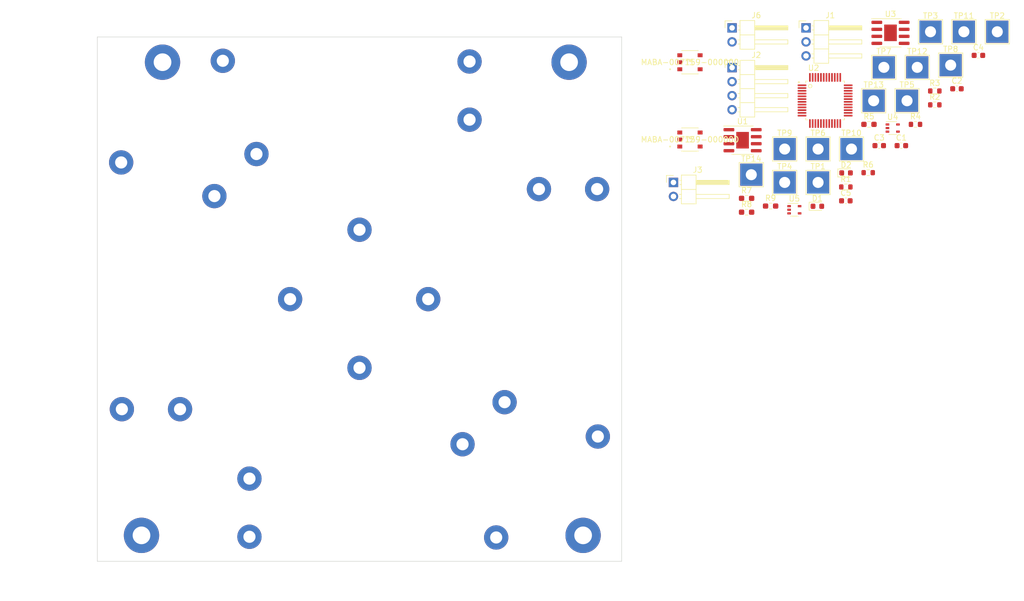
<source format=kicad_pcb>
(kicad_pcb (version 20211014) (generator pcbnew)
  (layers (0 "F.Cu" signal) (1 "In1.Cu" signal) (2 "In2.Cu" signal) (31 "B.Cu" signal) (34 "B.Paste" user) (35 "F.Paste" user) (36 "B.SilkS" user "B.Silkscreen") (37 "F.SilkS" user "F.Silkscreen") (38 "B.Mask" user) (39 "F.Mask" user) (44 "Edge.Cuts" user))
  (net 0 "")
  (net 5 "GND")
  (net 8 "Net-(D1-Pad1)")
  (net 9 "PWR_EN_144_3V3_GPIO")
  (net 10 "Net-(D2-Pad1)")
  (net 11 "PWR_EN_434_3V3_GPIO")
  (net 12 "SWDIO")
  (net 13 "SWCLK")
  (net 14 "NRST")
  (net 15 "+3V3")
  (net 16 "I2C1-SDA")
  (net 17 "I2C1-SCK")
  (net 18 "POWER_144_EN")
  (net 19 "POWER_434_EN")
  (net 20 "Net-(C4-Pad2)")
  (net 21 "Net-(R5-Pad2)")
  (net 22 "Net-(C5-Pad2)")
  (net 23 "Net-(R8-Pad2)")
  (net 24 "DPY_DTC_434_GPIO_3V3")
  (net 25 "Net-(U2-Pad1)")
  (net 32 "SYS-GPIO0")
  (net 33 "SYS-GPIO1")
  (net 34 "SYS-GPIO2")
  (net 40 "DPY_DTC_144_GPIO_3V3")
  (net 57 "/BOOT0")
  (net 58 "Net-(T1-Pad3)")
  (net 59 "Net-(T1-Pad1)")
  (net 60 "Net-(T1-Pad5)")
  (net 61 "Net-(T2-Pad3)")
  (net 62 "Net-(T2-Pad1)")
  (net 63 "Net-(T2-Pad5)")
  (net 70 "Net-(SW1-Pad2)")
  (net 71 "Net-(SW2-Pad2)")
  (net 72 "Net-(SW3-Pad2)")
  (net 73 "Net-(SW4-Pad2)")
  (footprint "qset-footprints:MABA-007159-000000" (layer "F.Cu") (at 216.7135 66.46)
    (fp_text reference "T2" (at 0 0) (layer "F.SilkS"))
    (fp_text value "MABA-007159-000000" (at 0 0) (layer "F.SilkS"))
    (fp_text user "*" (at 0 0) (layer "F.SilkS"))
    (pad "1" smd rect locked (at -1.8415 1.27) (size 0.889 0.7112) (layers "F.Cu" "F.Paste" "F.Mask") (net 62 "Net-(T2-Pad1)"))
    (pad "2" smd rect locked (at -1.8415 0) (size 0.889 0.7112) (layers "F.Cu" "F.Paste" "F.Mask"))
    (pad "3" smd rect locked (at -1.8415 -1.27) (size 0.889 0.7112) (layers "F.Cu" "F.Paste" "F.Mask") (net 61 "Net-(T2-Pad3)"))
    (pad "4" smd rect locked (at 1.8415 -1.27) (size 0.889 0.7112) (layers "F.Cu" "F.Paste" "F.Mask") (net 5 "GND"))
    (pad "5" smd rect locked (at 1.8415 1.27) (size 0.889 0.7112) (layers "F.Cu" "F.Paste" "F.Mask") (net 63 "Net-(T2-Pad5)"))
  )
  (footprint "MountingHole:MountingHole_2.2mm_M2_Pad_TopBottom" (layer "F.Cu") (at 189.357 75.438)
    (fp_text reference "H24")
    (fp_text value "2.1mm")
    (pad "1" connect circle (at 0 0) (size 4.4 4.4) (layers "F.Cu" "F.Mask"))
    (pad "1" connect circle (at 0 0) (size 4.4 4.4) (layers "B.Cu" "B.Mask"))
    (pad "1" thru_hole circle (at 0 0) (size 2.6 2.6) (drill 2.2) (layers *.Cu *.Mask))
  )
  (footprint "Resistor_SMD:R_0603_1608Metric" (layer "F.Cu") (at 249.006 72.464)
    (fp_text reference "R6" (at 0 -1.43) (layer "F.SilkS"))
    (fp_text value "10k")
    (pad "1" smd roundrect (at -0.825 0) (size 0.8 0.95) (layers "F.Cu" "F.Paste" "F.Mask") (net 57 "/BOOT0"))
    (pad "2" smd roundrect (at 0.825 0) (size 0.8 0.95) (layers "F.Cu" "F.Paste" "F.Mask") (net 5 "GND"))
  )
  (footprint "LED_SMD:LED_0603_1608Metric" (layer "F.Cu") (at 244.996 72.504)
    (fp_text reference "D2" (at 0 -1.43) (layer "F.SilkS"))
    (fp_text value "YLW")
    (pad "1" smd roundrect (at -0.7875 0) (size 0.875 0.95) (layers "F.Cu" "F.Paste" "F.Mask") (net 10 "Net-(D2-Pad1)"))
    (pad "2" smd roundrect (at 0.7875 0) (size 0.875 0.95) (layers "F.Cu" "F.Paste" "F.Mask") (net 11 "PWR_EN_434_3V3_GPIO"))
  )
  (footprint "MountingHole:MountingHole_3.2mm_M3_Pad_TopBottom" (layer "F.Cu") (at 194.818 52.451)
    (fp_text reference "H2")
    (fp_text value "MountingHole_Pad")
    (pad "1" connect circle locked (at 0 0) (size 6.4 6.4) (layers "B.Cu" "B.Mask"))
    (pad "1" connect circle locked (at 0 0) (size 6.4 6.4) (layers "F.Cu" "F.Mask"))
    (pad "1" thru_hole circle locked (at 0 0) (size 3.6 3.6) (drill 3.2) (layers *.Cu *.Mask))
  )
  (footprint "MountingHole:MountingHole_2.2mm_M2_Pad_TopBottom" (layer "F.Cu") (at 124.333 115.316)
    (fp_text reference "H7")
    (fp_text value "2.1mm")
    (pad "1" connect circle (at 0 0) (size 4.4 4.4) (layers "F.Cu" "F.Mask"))
    (pad "1" connect circle (at 0 0) (size 4.4 4.4) (layers "B.Cu" "B.Mask"))
    (pad "1" thru_hole circle (at 0 0) (size 2.6 2.6) (drill 2.2) (layers *.Cu *.Mask))
  )
  (footprint "Capacitor_SMD:C_0603_1608Metric" (layer "F.Cu") (at 255.016 67.564)
    (fp_text reference "C1" (at 0 -1.43) (layer "F.SilkS"))
    (fp_text value "0.1u")
    (pad "1" smd roundrect (at -0.775 0) (size 0.9 0.95) (layers "F.Cu" "F.Paste" "F.Mask") (net 5 "GND"))
    (pad "2" smd roundrect (at 0.775 0) (size 0.9 0.95) (layers "F.Cu" "F.Paste" "F.Mask") (net 15 "+3V3"))
  )
  (footprint "Connector_PinHeader_2.54mm:PinHeader_1x02_P2.54mm_Horizontal" (layer "F.Cu") (at 224.346 46.234)
    (fp_text reference "J6" (at 4.385 -2.27) (layer "F.SilkS"))
    (fp_text value "Conn_01x02_Male")
    (pad "1" thru_hole rect (at 0 0) (size 1.7 1.7) (drill 1) (layers *.Cu *.Mask) (net 19 "POWER_434_EN"))
    (pad "2" thru_hole oval (at 0 2.54) (size 1.7 1.7) (drill 1) (layers *.Cu *.Mask) (net 5 "GND"))
  )
  (footprint "Capacitor_SMD:C_0603_1608Metric" (layer "F.Cu") (at 268.976 51.214)
    (fp_text reference "C4" (at 0 -1.43) (layer "F.SilkS"))
    (fp_text value "0.1u")
    (pad "1" smd roundrect (at -0.775 0) (size 0.9 0.95) (layers "F.Cu" "F.Paste" "F.Mask") (net 5 "GND"))
    (pad "2" smd roundrect (at 0.775 0) (size 0.9 0.95) (layers "F.Cu" "F.Paste" "F.Mask") (net 20 "Net-(C4-Pad2)"))
  )
  (footprint "TestPoint:TestPoint_THTPad_4.0x4.0mm_Drill2.0mm" (layer "F.Cu") (at 257.896 53.384)
    (fp_text reference "TP12" (at 0 -2.898) (layer "F.SilkS"))
    (fp_text value "144 Atenna Arm -")
    (pad "1" thru_hole rect (at 0 0) (size 4 4) (drill 2) (layers *.Cu *.Mask) (net 58 "Net-(T1-Pad3)"))
  )
  (footprint "MountingHole:MountingHole_2.2mm_M2_Pad_TopBottom" (layer "F.Cu") (at 136.906 138.43)
    (fp_text reference "H6")
    (fp_text value "2.1mm")
    (pad "1" connect circle (at 0 0) (size 4.4 4.4) (layers "F.Cu" "F.Mask"))
    (pad "1" thru_hole circle (at 0 0) (size 2.6 2.6) (drill 2.2) (layers *.Cu *.Mask))
    (pad "1" connect circle (at 0 0) (size 4.4 4.4) (layers "B.Cu" "B.Mask"))
  )
  (footprint "TestPoint:TestPoint_THTPad_4.0x4.0mm_Drill2.0mm" (layer "F.Cu") (at 256.046 59.434)
    (fp_text reference "TP5" (at 0 -2.898) (layer "F.SilkS"))
    (fp_text value "TestPoint")
    (pad "1" thru_hole rect (at 0 0) (size 4 4) (drill 2) (layers *.Cu *.Mask) (net 5 "GND"))
  )
  (footprint "MountingHole:MountingHole_3.2mm_M3_Pad_TopBottom" (layer "F.Cu") (at 121.158 52.451)
    (fp_text reference "H1")
    (fp_text value "MountingHole_Pad")
    (pad "1" thru_hole circle locked (at 0 0) (size 3.6 3.6) (drill 3.2) (layers *.Cu *.Mask))
    (pad "1" connect circle locked (at 0 0) (size 6.4 6.4) (layers "F.Cu" "F.Mask"))
    (pad "1" connect circle locked (at 0 0) (size 6.4 6.4) (layers "B.Cu" "B.Mask"))
  )
  (footprint "MountingHole:MountingHole_2.2mm_M2_Pad_TopBottom" (layer "F.Cu") (at 138.176 69.088)
    (fp_text reference "H20")
    (fp_text value "2.1mm")
    (pad "1" connect circle (at 0 0) (size 4.4 4.4) (layers "F.Cu" "F.Mask"))
    (pad "1" thru_hole circle (at 0 0) (size 2.6 2.6) (drill 2.2) (layers *.Cu *.Mask))
    (pad "1" connect circle (at 0 0) (size 4.4 4.4) (layers "B.Cu" "B.Mask"))
  )
  (footprint "qset-footprints:MABA-007159-000000" (layer "F.Cu") (at 216.7135 52.46)
    (fp_text reference "T1" (at 0 0) (layer "F.SilkS"))
    (fp_text value "MABA-007159-000000" (at 0 0) (layer "F.SilkS"))
    (fp_text user "*" (at 0 0) (layer "F.SilkS"))
    (pad "1" smd rect locked (at -1.8415 1.27) (size 0.889 0.7112) (layers "F.Cu" "F.Paste" "F.Mask") (net 59 "Net-(T1-Pad1)"))
    (pad "2" smd rect locked (at -1.8415 0) (size 0.889 0.7112) (layers "F.Cu" "F.Paste" "F.Mask"))
    (pad "3" smd rect locked (at -1.8415 -1.27) (size 0.889 0.7112) (layers "F.Cu" "F.Paste" "F.Mask") (net 58 "Net-(T1-Pad3)"))
    (pad "4" smd rect locked (at 1.8415 -1.27) (size 0.889 0.7112) (layers "F.Cu" "F.Paste" "F.Mask") (net 5 "GND"))
    (pad "5" smd rect locked (at 1.8415 1.27) (size 0.889 0.7112) (layers "F.Cu" "F.Paste" "F.Mask") (net 60 "Net-(T1-Pad5)"))
  )
  (footprint "TestPoint:TestPoint_THTPad_4.0x4.0mm_Drill2.0mm" (layer "F.Cu") (at 239.926 74.234)
    (fp_text reference "TP1" (at 0 -2.898) (layer "F.SilkS"))
    (fp_text value "PWR_EN_144")
    (pad "1" thru_hole rect (at 0 0) (size 4 4) (drill 2) (layers *.Cu *.Mask) (net 18 "POWER_144_EN"))
  )
  (footprint "MountingHole:MountingHole_2.2mm_M2_Pad_TopBottom" (layer "F.Cu") (at 113.792 115.316)
    (fp_text reference "H8")
    (fp_text value "2.1mm")
    (pad "1" connect circle (at 0 0) (size 4.4 4.4) (layers "B.Cu" "B.Mask"))
    (pad "1" connect circle (at 0 0) (size 4.4 4.4) (layers "F.Cu" "F.Mask"))
    (pad "1" thru_hole circle (at 0 0) (size 2.6 2.6) (drill 2.2) (layers *.Cu *.Mask))
  )
  (footprint "MountingHole:MountingHole_2.2mm_M2_Pad_TopBottom" (layer "F.Cu") (at 200.025 120.269)
    (fp_text reference "H10")
    (fp_text value "2.1mm")
    (pad "1" thru_hole circle (at 0 0) (size 2.6 2.6) (drill 2.2) (layers *.Cu *.Mask))
    (pad "1" connect circle (at 0 0) (size 4.4 4.4) (layers "F.Cu" "F.Mask"))
    (pad "1" connect circle (at 0 0) (size 4.4 4.4) (layers "B.Cu" "B.Mask"))
  )
  (footprint "Package_SO:SOIC-8-1EP_3.9x4.9mm_P1.27mm_EP2.29x3mm" (layer "F.Cu") (at 226.246 66.584)
    (fp_text reference "U1" (at 0 -3.4) (layer "F.SilkS"))
    (fp_text value "SC4216HSETRT")
    (pad "1" smd roundrect (at -2.475 -1.905) (size 1.95 0.6) (layers "F.Cu" "F.Paste" "F.Mask"))
    (pad "2" smd roundrect (at -2.475 -0.635) (size 1.95 0.6) (layers "F.Cu" "F.Paste" "F.Mask") (net 18 "POWER_144_EN"))
    (pad "3" smd roundrect (at -2.475 0.635) (size 1.95 0.6) (layers "F.Cu" "F.Paste" "F.Mask") (net 15 "+3V3"))
    (pad "4" smd roundrect (at -2.475 1.905) (size 1.95 0.6) (layers "F.Cu" "F.Paste" "F.Mask"))
    (pad "5" smd roundrect (at 2.475 1.905) (size 1.95 0.6) (layers "F.Cu" "F.Paste" "F.Mask"))
    (pad "6" smd roundrect (at 2.475 0.635) (size 1.95 0.6) (layers "F.Cu" "F.Paste" "F.Mask") (net 20 "Net-(C4-Pad2)"))
    (pad "7" smd roundrect (at 2.475 -0.635) (size 1.95 0.6) (layers "F.Cu" "F.Paste" "F.Mask") (net 21 "Net-(R5-Pad2)"))
    (pad "8" smd roundrect (at 2.475 -1.905) (size 1.95 0.6) (layers "F.Cu" "F.Paste" "F.Mask") (net 5 "GND"))
    (pad "9" smd rect (at 0 0) (size 2.29 3) (layers "F.Cu" "F.Mask") (net 5 "GND"))
  )
  (footprint "MountingHole:MountingHole_2.2mm_M2_Pad_TopBottom" (layer "F.Cu") (at 144.272 95.377)
    (fp_text reference "H17")
    (fp_text value "2.1mm")
    (pad "1" connect circle (at 0 0) (size 4.4 4.4) (layers "B.Cu" "B.Mask"))
    (pad "1" thru_hole circle (at 0 0) (size 2.6 2.6) (drill 2.2) (layers *.Cu *.Mask))
    (pad "1" connect circle (at 0 0) (size 4.4 4.4) (layers "F.Cu" "F.Mask"))
  )
  (footprint "Connector_PinHeader_2.54mm:PinHeader_1x03_P2.54mm_Horizontal" (layer "F.Cu") (at 237.746 46.234)
    (fp_text reference "J1" (at 4.385 -2.27) (layer "F.SilkS"))
    (fp_text value "Conn_01x03")
    (pad "1" thru_hole rect (at 0 0) (size 1.7 1.7) (drill 1) (layers *.Cu *.Mask) (net 12 "SWDIO"))
    (pad "2" thru_hole oval (at 0 2.54) (size 1.7 1.7) (drill 1) (layers *.Cu *.Mask) (net 13 "SWCLK"))
    (pad "3" thru_hole oval (at 0 5.08) (size 1.7 1.7) (drill 1) (layers *.Cu *.Mask) (net 14 "NRST"))
  )
  (footprint "Connector_PinHeader_2.54mm:PinHeader_1x02_P2.54mm_Horizontal" (layer "F.Cu") (at 213.726 74.234)
    (fp_text reference "J3" (at 4.385 -2.27) (layer "F.SilkS"))
    (fp_text value "Conn_01x02_Male")
    (pad "1" thru_hole rect (at 0 0) (size 1.7 1.7) (drill 1) (layers *.Cu *.Mask) (net 18 "POWER_144_EN"))
    (pad "2" thru_hole oval (at 0 2.54) (size 1.7 1.7) (drill 1) (layers *.Cu *.Mask) (net 5 "GND"))
  )
  (footprint "TestPoint:TestPoint_THTPad_4.0x4.0mm_Drill2.0mm" (layer "F.Cu") (at 272.396 46.934)
    (fp_text reference "TP2" (at 0 -2.898) (layer "F.SilkS"))
    (fp_text value "PWR_EN_144")
    (pad "1" thru_hole rect (at 0 0) (size 4 4) (drill 2) (layers *.Cu *.Mask) (net 18 "POWER_144_EN"))
  )
  (footprint "TestPoint:TestPoint_THTPad_4.0x4.0mm_Drill2.0mm" (layer "F.Cu") (at 227.826 72.834)
    (fp_text reference "TP14" (at 0 -2.898) (layer "F.SilkS"))
    (fp_text value "434 Atenna Arm -")
    (pad "1" thru_hole rect (at 0 0) (size 4 4) (drill 2) (layers *.Cu *.Mask) (net 61 "Net-(T2-Pad3)"))
  )
  (footprint "MountingHole:MountingHole_3.2mm_M3_Pad_TopBottom" (layer "F.Cu") (at 117.348 138.176)
    (fp_text reference "H4")
    (fp_text value "MountingHole_Pad")
    (pad "1" connect circle locked (at 0 0) (size 6.4 6.4) (layers "F.Cu" "F.Mask"))
    (pad "1" connect circle locked (at 0 0) (size 6.4 6.4) (layers "B.Cu" "B.Mask"))
    (pad "1" thru_hole circle locked (at 0 0) (size 3.6 3.6) (drill 3.2) (layers *.Cu *.Mask))
  )
  (footprint "Package_TO_SOT_SMD:SOT-353_SC-70-5" (layer "F.Cu") (at 253.446 64.384)
    (fp_text reference "U4" (at 0 -2) (layer "F.SilkS"))
    (fp_text value "74AHC1G08")
    (pad "1" smd rect (at -0.95 -0.65) (size 0.65 0.4) (layers "F.Cu" "F.Paste" "F.Mask") (net 70 "Net-(SW1-Pad2)"))
    (pad "2" smd rect (at -0.95 0) (size 0.65 0.4) (layers "F.Cu" "F.Paste" "F.Mask") (net 71 "Net-(SW2-Pad2)"))
    (pad "3" smd rect (at -0.95 0.65) (size 0.65 0.4) (layers "F.Cu" "F.Paste" "F.Mask") (net 5 "GND"))
    (pad "4" smd rect (at 0.95 0.65) (size 0.65 0.4) (layers "F.Cu" "F.Paste" "F.Mask") (net 40 "DPY_DTC_144_GPIO_3V3"))
    (pad "5" smd rect (at 0.95 -0.65) (size 0.65 0.4) (layers "F.Cu" "F.Paste" "F.Mask") (net 15 "+3V3"))
  )
  (footprint "TestPoint:TestPoint_THTPad_4.0x4.0mm_Drill2.0mm" (layer "F.Cu") (at 249.996 59.434)
    (fp_text reference "TP13" (at 0 -2.898) (layer "F.SilkS"))
    (fp_text value "434 Atenna Arm +")
    (pad "1" thru_hole rect (at 0 0) (size 4 4) (drill 2) (layers *.Cu *.Mask) (net 62 "Net-(T2-Pad1)"))
  )
  (footprint "Capacitor_SMD:C_0603_1608Metric" (layer "F.Cu") (at 244.956 77.564)
    (fp_text reference "C5" (at 0 -1.43) (layer "F.SilkS"))
    (fp_text value "0.1u")
    (pad "1" smd roundrect (at -0.775 0) (size 0.9 0.95) (layers "F.Cu" "F.Paste" "F.Mask") (net 5 "GND"))
    (pad "2" smd roundrect (at 0.775 0) (size 0.9 0.95) (layers "F.Cu" "F.Paste" "F.Mask") (net 22 "Net-(C5-Pad2)"))
  )
  (footprint "MountingHole:MountingHole_2.2mm_M2_Pad_TopBottom" (layer "F.Cu") (at 183.134 114.046)
    (fp_text reference "H12")
    (fp_text value "2.1mm")
    (pad "1" connect circle (at 0 0) (size 4.4 4.4) (layers "F.Cu" "F.Mask"))
    (pad "1" thru_hole circle (at 0 0) (size 2.6 2.6) (drill 2.2) (layers *.Cu *.Mask))
    (pad "1" connect circle (at 0 0) (size 4.4 4.4) (layers "B.Cu" "B.Mask"))
  )
  (footprint "MountingHole:MountingHole_2.2mm_M2_Pad_TopBottom" (layer "F.Cu") (at 176.784 52.324)
    (fp_text reference "H22")
    (fp_text value "2.1mm")
    (pad "1" connect circle (at 0 0) (size 4.4 4.4) (layers "B.Cu" "B.Mask"))
    (pad "1" connect circle (at 0 0) (size 4.4 4.4) (layers "F.Cu" "F.Mask"))
    (pad "1" thru_hole circle (at 0 0) (size 2.6 2.6) (drill 2.2) (layers *.Cu *.Mask))
  )
  (footprint "TestPoint:TestPoint_THTPad_4.0x4.0mm_Drill2.0mm" (layer "F.Cu") (at 266.346 46.934)
    (fp_text reference "TP11" (at 0 -2.898) (layer "F.SilkS"))
    (fp_text value "144 Atenna Arm +")
    (pad "1" thru_hole rect (at 0 0) (size 4 4) (drill 2) (layers *.Cu *.Mask) (net 59 "Net-(T1-Pad1)"))
  )
  (footprint "Resistor_SMD:R_0603_1608Metric_Pad0.98x0.95mm_HandSolder" (layer "F.Cu") (at 226.976 79.624)
    (fp_text reference "R8" (at 0 -1.43) (layer "F.SilkS"))
    (fp_text value "DNP")
    (pad "1" smd roundrect (at -0.9125 0) (size 0.975 0.95) (layers "F.Cu" "F.Paste" "F.Mask") (net 22 "Net-(C5-Pad2)"))
    (pad "2" smd roundrect (at 0.9125 0) (size 0.975 0.95) (layers "F.Cu" "F.Paste" "F.Mask") (net 23 "Net-(R8-Pad2)"))
  )
  (footprint "MountingHole:MountingHole_2.2mm_M2_Pad_TopBottom" (layer "F.Cu") (at 175.514 121.666)
    (fp_text reference "H11")
    (fp_text value "2.1mm")
    (pad "1" thru_hole circle (at 0 0) (size 2.6 2.6) (drill 2.2) (layers *.Cu *.Mask))
    (pad "1" connect circle (at 0 0) (size 4.4 4.4) (layers "B.Cu" "B.Mask"))
    (pad "1" connect circle (at 0 0) (size 4.4 4.4) (layers "F.Cu" "F.Mask"))
  )
  (footprint "Resistor_SMD:R_0603_1608Metric" (layer "F.Cu") (at 257.576 63.714)
    (fp_text reference "R4" (at 0 -1.43) (layer "F.SilkS"))
    (fp_text value "100k")
    (pad "1" smd roundrect (at -0.825 0) (size 0.8 0.95) (layers "F.Cu" "F.Paste" "F.Mask") (net 11 "PWR_EN_434_3V3_GPIO"))
    (pad "2" smd roundrect (at 0.825 0) (size 0.8 0.95) (layers "F.Cu" "F.Paste" "F.Mask") (net 19 "POWER_434_EN"))
  )
  (footprint "MountingHole:MountingHole_2.2mm_M2_Pad_TopBottom" (layer "F.Cu") (at 199.898 75.438)
    (fp_text reference "H21")
    (fp_text value "2.1mm")
    (pad "1" connect circle (at 0 0) (size 4.4 4.4) (layers "B.Cu" "B.Mask"))
    (pad "1" connect circle (at 0 0) (size 4.4 4.4) (layers "F.Cu" "F.Mask"))
    (pad "1" thru_hole circle (at 0 0) (size 2.6 2.6) (drill 2.2) (layers *.Cu *.Mask))
  )
  (footprint "MountingHole:MountingHole_2.2mm_M2_Pad_TopBottom" (layer "F.Cu") (at 132.08 52.197)
    (fp_text reference "H18")
    (fp_text value "2.1mm")
    (pad "1" connect circle (at 0 0) (size 4.4 4.4) (layers "B.Cu" "B.Mask"))
    (pad "1" connect circle (at 0 0) (size 4.4 4.4) (layers "F.Cu" "F.Mask"))
    (pad "1" thru_hole circle (at 0 0) (size 2.6 2.6) (drill 2.2) (layers *.Cu *.Mask))
  )
  (footprint "Capacitor_SMD:C_0603_1608Metric" (layer "F.Cu") (at 265.086 57.264)
    (fp_text reference "C2" (at 0 -1.43) (layer "F.SilkS"))
    (fp_text value "100u")
    (pad "1" smd roundrect (at -0.775 0) (size 0.9 0.95) (layers "F.Cu" "F.Paste" "F.Mask") (net 14 "NRST"))
    (pad "2" smd roundrect (at 0.775 0) (size 0.9 0.95) (layers "F.Cu" "F.Paste" "F.Mask") (net 5 "GND"))
  )
  (footprint "Connector_PinHeader_2.54mm:PinHeader_1x04_P2.54mm_Horizontal" (layer "F.Cu") (at 224.346 53.434)
    (fp_text reference "J2" (at 4.385 -2.27) (layer "F.SilkS"))
    (fp_text value "Conn_01x04")
    (pad "1" thru_hole rect (at 0 0) (size 1.7 1.7) (drill 1) (layers *.Cu *.Mask) (net 15 "+3V3"))
    (pad "2" thru_hole oval (at 0 2.54) (size 1.7 1.7) (drill 1) (layers *.Cu *.Mask) (net 16 "I2C1-SDA"))
    (pad "3" thru_hole oval (at 0 5.08) (size 1.7 1.7) (drill 1) (layers *.Cu *.Mask) (net 17 "I2C1-SCK"))
    (pad "4" thru_hole oval (at 0 7.62) (size 1.7 1.7) (drill 1) (layers *.Cu *.Mask) (net 5 "GND"))
  )
  (footprint "MountingHole:MountingHole_2.2mm_M2_Pad_TopBottom" (layer "F.Cu") (at 156.845 82.804)
    (fp_text reference "H15")
    (fp_text value "2.1mm")
    (pad "1" connect circle (at 0 0) (size 4.4 4.4) (layers "B.Cu" "B.Mask"))
    (pad "1" connect circle (at 0 0) (size 4.4 4.4) (layers "F.Cu" "F.Mask"))
    (pad "1" thru_hole circle (at 0 0) (size 2.6 2.6) (drill 2.2) (layers *.Cu *.Mask))
  )
  (footprint "TestPoint:TestPoint_THTPad_4.0x4.0mm_Drill2.0mm" (layer "F.Cu") (at 239.926 68.184)
    (fp_text reference "TP6" (at 0 -2.898) (layer "F.SilkS"))
    (fp_text value "TestPoint")
    (pad "1" thru_hole rect (at 0 0) (size 4 4) (drill 2) (layers *.Cu *.Mask) (net 22 "Net-(C5-Pad2)"))
  )
  (footprint "LED_SMD:LED_0603_1608Metric" (layer "F.Cu") (at 239.796 78.554)
    (fp_text reference "D1" (at 0 -1.43) (layer "F.SilkS"))
    (fp_text value "YLW")
    (pad "1" smd roundrect (at -0.7875 0) (size 0.875 0.95) (layers "F.Cu" "F.Paste" "F.Mask") (net 8 "Net-(D1-Pad1)"))
    (pad "2" smd roundrect (at 0.7875 0) (size 0.875 0.95) (layers "F.Cu" "F.Paste" "F.Mask") (net 9 "PWR_EN_144_3V3_GPIO"))
  )
  (footprint "Package_SO:SOIC-8-1EP_3.9x4.9mm_P1.27mm_EP2.29x3mm" (layer "F.Cu") (at 253.046 47.134)
    (fp_text reference "U3" (at 0 -3.4) (layer "F.SilkS"))
    (fp_text value "SC4216HSETRT")
    (pad "1" smd roundrect (at -2.475 -1.905) (size 1.95 0.6) (layers "F.Cu" "F.Paste" "F.Mask"))
    (pad "2" smd roundrect (at -2.475 -0.635) (size 1.95 0.6) (layers "F.Cu" "F.Paste" "F.Mask") (net 18 "POWER_144_EN"))
    (pad "3" smd roundrect (at -2.475 0.635) (size 1.95 0.6) (layers "F.Cu" "F.Paste" "F.Mask") (net 15 "+3V3"))
    (pad "4" smd roundrect (at -2.475 1.905) (size 1.95 0.6) (layers "F.Cu" "F.Paste" "F.Mask"))
    (pad "5" smd roundrect (at 2.475 1.905) (size 1.95 0.6) (layers "F.Cu" "F.Paste" "F.Mask"))
    (pad "6" smd roundrect (at 2.475 0.635) (size 1.95 0.6) (layers "F.Cu" "F.Paste" "F.Mask") (net 22 "Net-(C5-Pad2)"))
    (pad "7" smd roundrect (at 2.475 -0.635) (size 1.95 0.6) (layers "F.Cu" "F.Paste" "F.Mask") (net 23 "Net-(R8-Pad2)"))
    (pad "8" smd roundrect (at 2.475 -1.905) (size 1.95 0.6) (layers "F.Cu" "F.Paste" "F.Mask") (net 5 "GND"))
    (pad "9" smd rect (at 0 0) (size 2.29 3) (layers "F.Cu" "F.Mask") (net 5 "GND"))
  )
  (footprint "Resistor_SMD:R_0603_1608Metric_Pad0.98x0.95mm_HandSolder" (layer "F.Cu") (at 226.976 77.114)
    (fp_text reference "R7" (at 0 -1.43) (layer "F.SilkS"))
    (fp_text value "0")
    (pad "1" smd roundrect (at -0.9125 0) (size 0.975 0.95) (layers "F.Cu" "F.Paste" "F.Mask") (net 21 "Net-(R5-Pad2)"))
    (pad "2" smd roundrect (at 0.9125 0) (size 0.975 0.95) (layers "F.Cu" "F.Paste" "F.Mask") (net 5 "GND"))
  )
  (footprint "MountingHole:MountingHole_2.2mm_M2_Pad_TopBottom" (layer "F.Cu") (at 130.556 76.708)
    (fp_text reference "H19")
    (fp_text value "2.1mm")
    (pad "1" connect circle (at 0 0) (size 4.4 4.4) (layers "F.Cu" "F.Mask"))
    (pad "1" connect circle (at 0 0) (size 4.4 4.4) (layers "B.Cu" "B.Mask"))
    (pad "1" thru_hole circle (at 0 0) (size 2.6 2.6) (drill 2.2) (layers *.Cu *.Mask))
  )
  (footprint "TestPoint:TestPoint_THTPad_4.0x4.0mm_Drill2.0mm" (layer "F.Cu") (at 260.296 46.934)
    (fp_text reference "TP3" (at 0 -2.898) (layer "F.SilkS"))
    (fp_text value "TestPoint")
    (pad "1" thru_hole rect (at 0 0) (size 4 4) (drill 2) (layers *.Cu *.Mask) (net 5 "GND"))
  )
  (footprint "TestPoint:TestPoint_THTPad_4.0x4.0mm_Drill2.0mm" (layer "F.Cu") (at 233.876 74.234)
    (fp_text reference "TP4" (at 0 -2.898) (layer "F.SilkS"))
    (fp_text value "TestPoint")
    (pad "1" thru_hole rect (at 0 0) (size 4 4) (drill 2) (layers *.Cu *.Mask) (net 20 "Net-(C4-Pad2)"))
  )
  (footprint "Resistor_SMD:R_0603_1608Metric" (layer "F.Cu") (at 261.076 60.174)
    (fp_text reference "R2" (at 0 -1.43) (layer "F.SilkS"))
    (fp_text value "2k2")
    (pad "1" smd roundrect (at -0.825 0) (size 0.8 0.95) (layers "F.Cu" "F.Paste" "F.Mask") (net 10 "Net-(D2-Pad1)"))
    (pad "2" smd roundrect (at 0.825 0) (size 0.8 0.95) (layers "F.Cu" "F.Paste" "F.Mask") (net 19 "POWER_434_EN"))
  )
  (footprint "TestPoint:TestPoint_THTPad_4.0x4.0mm_Drill2.0mm" (layer "F.Cu") (at 251.846 53.384)
    (fp_text reference "TP7" (at 0 -2.898) (layer "F.SilkS"))
    (fp_text value "144 Coax Pin Connection")
    (pad "1" thru_hole rect (at 0 0) (size 4 4) (drill 2) (layers *.Cu *.Mask) (net 60 "Net-(T1-Pad5)"))
  )
  (footprint "MountingHole:MountingHole_3.2mm_M3_Pad_TopBottom" (layer "F.Cu") (at 197.358 138.176)
    (fp_text reference "H3")
    (fp_text value "MountingHole_Pad")
    (pad "1" thru_hole circle locked (at 0 0) (size 3.6 3.6) (drill 3.2) (layers *.Cu *.Mask))
    (pad "1" connect circle locked (at 0 0) (size 6.4 6.4) (layers "B.Cu" "B.Mask"))
    (pad "1" connect circle locked (at 0 0) (size 6.4 6.4) (layers "F.Cu" "F.Mask"))
  )
  (footprint "MountingHole:MountingHole_2.2mm_M2_Pad_TopBottom" (layer "F.Cu") (at 169.291 95.377)
    (fp_text reference "H13")
    (fp_text value "2.1mm")
    (pad "1" connect circle (at 0 0) (size 4.4 4.4) (layers "B.Cu" "B.Mask"))
    (pad "1" connect circle (at 0 0) (size 4.4 4.4) (layers "F.Cu" "F.Mask"))
    (pad "1" thru_hole circle (at 0 0) (size 2.6 2.6) (drill 2.2) (layers *.Cu *.Mask))
  )
  (footprint "MountingHole:MountingHole_2.2mm_M2_Pad_TopBottom" (layer "F.Cu") (at 176.784 62.865)
    (fp_text reference "H23")
    (fp_text value "2.1mm")
    (pad "1" connect circle (at 0 0) (size 4.4 4.4) (layers "F.Cu" "F.Mask"))
    (pad "1" connect circle (at 0 0) (size 4.4 4.4) (layers "B.Cu" "B.Mask"))
    (pad "1" thru_hole circle (at 0 0) (size 2.6 2.6) (drill 2.2) (layers *.Cu *.Mask))
  )
  (footprint "MountingHole:MountingHole_2.2mm_M2_Pad_TopBottom" (layer "F.Cu") (at 156.845 107.823)
    (fp_text reference "H14")
    (fp_text value "2.1mm")
    (pad "1" connect circle (at 0 0) (size 4.4 4.4) (layers "B.Cu" "B.Mask"))
    (pad "1" connect circle (at 0 0) (size 4.4 4.4) (layers "F.Cu" "F.Mask"))
    (pad "1" thru_hole circle (at 0 0) (size 2.6 2.6) (drill 2.2) (layers *.Cu *.Mask))
  )
  (footprint "Capacitor_SMD:C_0603_1608Metric" (layer "F.Cu") (at 251.006 67.564)
    (fp_text reference "C3" (at 0 -1.43) (layer "F.SilkS"))
    (fp_text value "0.1u")
    (pad "1" smd roundrect (at -0.775 0) (size 0.9 0.95) (layers "F.Cu" "F.Paste" "F.Mask") (net 5 "GND"))
    (pad "2" smd roundrect (at 0.775 0) (size 0.9 0.95) (layers "F.Cu" "F.Paste" "F.Mask") (net 15 "+3V3"))
  )
  (footprint "TestPoint:TestPoint_THTPad_4.0x4.0mm_Drill2.0mm" (layer "F.Cu") (at 263.946 52.984)
    (fp_text reference "TP8" (at 0 -2.898) (layer "F.SilkS"))
    (fp_text value "144 Coax Sleeve Connection")
    (pad "1" thru_hole rect (at 0 0) (size 4 4) (drill 2) (layers *.Cu *.Mask) (net 5 "GND"))
  )
  (footprint "Resistor_SMD:R_0603_1608Metric" (layer "F.Cu") (at 244.956 75.054)
    (fp_text reference "R1" (at 0 -1.43) (layer "F.SilkS"))
    (fp_text value "2k2")
    (pad "1" smd roundrect (at -0.825 0) (size 0.8 0.95) (layers "F.Cu" "F.Paste" "F.Mask") (net 8 "Net-(D1-Pad1)"))
    (pad "2" smd roundrect (at 0.825 0) (size 0.8 0.95) (layers "F.Cu" "F.Paste" "F.Mask") (net 18 "POWER_144_EN"))
  )
  (footprint "Resistor_SMD:R_0603_1608Metric_Pad0.98x0.95mm_HandSolder" (layer "F.Cu") (at 249.146 63.714)
    (fp_text reference "R5" (at 0 -1.43) (layer "F.SilkS"))
    (fp_text value "DNP")
    (pad "1" smd roundrect (at -0.9125 0) (size 0.975 0.95) (layers "F.Cu" "F.Paste" "F.Mask") (net 20 "Net-(C4-Pad2)"))
    (pad "2" smd roundrect (at 0.9125 0) (size 0.975 0.95) (layers "F.Cu" "F.Paste" "F.Mask") (net 21 "Net-(R5-Pad2)"))
  )
  (footprint "MountingHole:MountingHole_2.2mm_M2_Pad_TopBottom" (layer "F.Cu") (at 181.61 138.557)
    (fp_text reference "H9")
    (fp_text value "2.1mm")
    (pad "1" connect circle (at 0 0) (size 4.4 4.4) (layers "B.Cu" "B.Mask"))
    (pad "1" connect circle (at 0 0) (size 4.4 4.4) (layers "F.Cu" "F.Mask"))
    (pad "1" thru_hole circle (at 0 0) (size 2.6 2.6) (drill 2.2) (layers *.Cu *.Mask))
  )
  (footprint "Package_TO_SOT_SMD:SOT-353_SC-70-5" (layer "F.Cu") (at 235.626 79.184)
    (fp_text reference "U5" (at 0 -2) (layer "F.SilkS"))
    (fp_text value "74AHC1G08")
    (pad "1" smd rect (at -0.95 -0.65) (size 0.65 0.4) (layers "F.Cu" "F.Paste" "F.Mask") (net 72 "Net-(SW3-Pad2)"))
    (pad "2" smd rect (at -0.95 0) (size 0.65 0.4) (layers "F.Cu" "F.Paste" "F.Mask") (net 73 "Net-(SW4-Pad2)"))
    (pad "3" smd rect (at -0.95 0.65) (size 0.65 0.4) (layers "F.Cu" "F.Paste" "F.Mask") (net 5 "GND"))
    (pad "4" smd rect (at 0.95 0.65) (size 0.65 0.4) (layers "F.Cu" "F.Paste" "F.Mask") (net 40 "DPY_DTC_144_GPIO_3V3"))
    (pad "5" smd rect (at 0.95 -0.65) (size 0.65 0.4) (layers "F.Cu" "F.Paste" "F.Mask") (net 15 "+3V3"))
  )
  (footprint "TestPoint:TestPoint_THTPad_4.0x4.0mm_Drill2.0mm" (layer "F.Cu") (at 233.876 68.184)
    (fp_text reference "TP9" (at 0 -2.898) (layer "F.SilkS"))
    (fp_text value "434 Coax Pin Connection")
    (pad "1" thru_hole rect (at 0 0) (size 4 4) (drill 2) (layers *.Cu *.Mask) (net 63 "Net-(T2-Pad5)"))
  )
  (footprint "MountingHole:MountingHole_2.2mm_M2_Pad_TopBottom" (layer "F.Cu") (at 136.906 127.889)
    (fp_text reference "H5")
    (fp_text value "2.1mm")
    (pad "1" connect circle (at 0 0) (size 4.4 4.4) (layers "B.Cu" "B.Mask"))
    (pad "1" connect circle (at 0 0) (size 4.4 4.4) (layers "F.Cu" "F.Mask"))
    (pad "1" thru_hole circle (at 0 0) (size 2.6 2.6) (drill 2.2) (layers *.Cu *.Mask))
  )
  (footprint "MountingHole:MountingHole_2.2mm_M2_Pad_TopBottom" (layer "F.Cu") (at 113.665 70.612)
    (fp_text reference "H16")
    (fp_text value "2.1mm")
    (pad "1" connect circle (at 0 0) (size 4.4 4.4) (layers "B.Cu" "B.Mask"))
    (pad "1" thru_hole circle (at 0 0) (size 2.6 2.6) (drill 2.2) (layers *.Cu *.Mask))
    (pad "1" connect circle (at 0 0) (size 4.4 4.4) (layers "F.Cu" "F.Mask"))
  )
  (footprint "TestPoint:TestPoint_THTPad_4.0x4.0mm_Drill2.0mm" (layer "F.Cu") (at 245.976 68.184)
    (fp_text reference "TP10" (at 0 -2.898) (layer "F.SilkS"))
    (fp_text value "434 Coax Sleeve Connection")
    (pad "1" thru_hole rect (at 0 0) (size 4 4) (drill 2) (layers *.Cu *.Mask) (net 5 "GND"))
  )
  (footprint "qset-footprints:QFP50P900X900X160-48N" (layer "F.Cu") (at 241.196 59.384)
    (fp_text reference "U2" (at -2.077245 -5.891355) (layer "F.SilkS") (effects (font (size 1.001079 1.001079))))
    (fp_text value "STM32F030CCT6")
    (pad "1" smd roundrect locked (at -4.18 -2.75) (size 1.56 0.3) (layers "F.Cu" "F.Paste" "F.Mask") (roundrect_rratio 0.11) (net 25 "Net-(U2-Pad1)"))
    (pad "2" smd roundrect locked (at -4.18 -2.25) (size 1.56 0.3) (layers "F.Cu" "F.Paste" "F.Mask") (roundrect_rratio 0.11))
    (pad "3" smd roundrect locked (at -4.18 -1.75) (size 1.56 0.3) (layers "F.Cu" "F.Paste" "F.Mask") (roundrect_rratio 0.11))
    (pad "4" smd roundrect locked (at -4.18 -1.25) (size 1.56 0.3) (layers "F.Cu" "F.Paste" "F.Mask") (roundrect_rratio 0.11))
    (pad "5" smd roundrect locked (at -4.18 -0.75) (size 1.56 0.3) (layers "F.Cu" "F.Paste" "F.Mask") (roundrect_rratio 0.11))
    (pad "6" smd roundrect locked (at -4.18 -0.25) (size 1.56 0.3) (layers "F.Cu" "F.Paste" "F.Mask") (roundrect_rratio 0.11))
    (pad "7" smd roundrect locked (at -4.18 0.25) (size 1.56 0.3) (layers "F.Cu" "F.Paste" "F.Mask") (roundrect_rratio 0.11) (net 14 "NRST"))
    (pad "8" smd roundrect locked (at -4.18 0.75) (size 1.56 0.3) (layers "F.Cu" "F.Paste" "F.Mask") (roundrect_rratio 0.11) (net 5 "GND"))
    (pad "9" smd roundrect locked (at -4.18 1.25) (size 1.56 0.3) (layers "F.Cu" "F.Paste" "F.Mask") (roundrect_rratio 0.11))
    (pad "10" smd roundrect locked (at -4.18 1.75) (size 1.56 0.3) (layers "F.Cu" "F.Paste" "F.Mask") (roundrect_rratio 0.11) (net 32 "SYS-GPIO0"))
    (pad "11" smd roundrect locked (at -4.18 2.25) (size 1.56 0.3) (layers "F.Cu" "F.Paste" "F.Mask") (roundrect_rratio 0.11) (net 33 "SYS-GPIO1"))
    (pad "12" smd roundrect locked (at -4.18 2.75) (size 1.56 0.3) (layers "F.Cu" "F.Paste" "F.Mask") (roundrect_rratio 0.11) (net 34 "SYS-GPIO2"))
    (pad "13" smd roundrect locked (at -2.75 4.18 90) (size 1.56 0.3) (layers "F.Cu" "F.Paste" "F.Mask") (roundrect_rratio 0.11))
    (pad "14" smd roundrect locked (at -2.25 4.18 90) (size 1.56 0.3) (layers "F.Cu" "F.Paste" "F.Mask") (roundrect_rratio 0.11))
    (pad "15" smd roundrect locked (at -1.75 4.18 90) (size 1.56 0.3) (layers "F.Cu" "F.Paste" "F.Mask") (roundrect_rratio 0.11))
    (pad "16" smd roundrect locked (at -1.25 4.18 90) (size 1.56 0.3) (layers "F.Cu" "F.Paste" "F.Mask") (roundrect_rratio 0.11))
    (pad "17" smd roundrect locked (at -0.75 4.18 90) (size 1.56 0.3) (layers "F.Cu" "F.Paste" "F.Mask") (roundrect_rratio 0.11))
    (pad "18" smd roundrect locked (at -0.25 4.18 90) (size 1.56 0.3) (layers "F.Cu" "F.Paste" "F.Mask") (roundrect_rratio 0.11) (net 40 "DPY_DTC_144_GPIO_3V3"))
    (pad "19" smd roundrect locked (at 0.25 4.18 90) (size 1.56 0.3) (layers "F.Cu" "F.Paste" "F.Mask") (roundrect_rratio 0.11) (net 24 "DPY_DTC_434_GPIO_3V3"))
    (pad "20" smd roundrect locked (at 0.75 4.18 90) (size 1.56 0.3) (layers "F.Cu" "F.Paste" "F.Mask") (roundrect_rratio 0.11) (net 9 "PWR_EN_144_3V3_GPIO"))
    (pad "21" smd roundrect locked (at 1.25 4.18 90) (size 1.56 0.3) (layers "F.Cu" "F.Paste" "F.Mask") (roundrect_rratio 0.11))
    (pad "22" smd roundrect locked (at 1.75 4.18 90) (size 1.56 0.3) (layers "F.Cu" "F.Paste" "F.Mask") (roundrect_rratio 0.11))
    (pad "23" smd roundrect locked (at 2.25 4.18 90) (size 1.56 0.3) (layers "F.Cu" "F.Paste" "F.Mask") (roundrect_rratio 0.11) (net 5 "GND"))
    (pad "24" smd roundrect locked (at 2.75 4.18 90) (size 1.56 0.3) (layers "F.Cu" "F.Paste" "F.Mask") (roundrect_rratio 0.11) (net 25 "Net-(U2-Pad1)"))
    (pad "25" smd roundrect locked (at 4.18 2.75 180) (size 1.56 0.3) (layers "F.Cu" "F.Paste" "F.Mask") (roundrect_rratio 0.11))
    (pad "26" smd roundrect locked (at 4.18 2.25 180) (size 1.56 0.3) (layers "F.Cu" "F.Paste" "F.Mask") (roundrect_rratio 0.11))
    (pad "27" smd roundrect locked (at 4.18 1.75 180) (size 1.56 0.3) (layers "F.Cu" "F.Paste" "F.Mask") (roundrect_rratio 0.11))
    (pad "28" smd roundrect locked (at 4.18 1.25 180) (size 1.56 0.3) (layers "F.Cu" "F.Paste" "F.Mask") (roundrect_rratio 0.11))
    (pad "29" smd roundrect locked (at 4.18 0.75 180) (size 1.56 0.3) (layers "F.Cu" "F.Paste" "F.Mask") (roundrect_rratio 0.11))
    (pad "30" smd roundrect locked (at 4.18 0.25 180) (size 1.56 0.3) (layers "F.Cu" "F.Paste" "F.Mask") (roundrect_rratio 0.11))
    (pad "31" smd roundrect locked (at 4.18 -0.25 180) (size 1.56 0.3) (layers "F.Cu" "F.Paste" "F.Mask") (roundrect_rratio 0.11))
    (pad "32" smd roundrect locked (at 4.18 -0.75 180) (size 1.56 0.3) (layers "F.Cu" "F.Paste" "F.Mask") (roundrect_rratio 0.11))
    (pad "33" smd roundrect locked (at 4.18 -1.25 180) (size 1.56 0.3) (layers "F.Cu" "F.Paste" "F.Mask") (roundrect_rratio 0.11))
    (pad "34" smd roundrect locked (at 4.18 -1.75 180) (size 1.56 0.3) (layers "F.Cu" "F.Paste" "F.Mask") (roundrect_rratio 0.11) (net 12 "SWDIO"))
    (pad "35" smd roundrect locked (at 4.18 -2.25 180) (size 1.56 0.3) (layers "F.Cu" "F.Paste" "F.Mask") (roundrect_rratio 0.11) (net 5 "GND"))
    (pad "36" smd roundrect locked (at 4.18 -2.75 180) (size 1.56 0.3) (layers "F.Cu" "F.Paste" "F.Mask") (roundrect_rratio 0.11) (net 25 "Net-(U2-Pad1)"))
    (pad "37" smd roundrect locked (at 2.75 -4.18 270) (size 1.56 0.3) (layers "F.Cu" "F.Paste" "F.Mask") (roundrect_rratio 0.11) (net 13 "SWCLK"))
    (pad "38" smd roundrect locked (at 2.25 -4.18 270) (size 1.56 0.3) (layers "F.Cu" "F.Paste" "F.Mask") (roundrect_rratio 0.11))
    (pad "39" smd roundrect locked (at 1.75 -4.18 270) (size 1.56 0.3) (layers "F.Cu" "F.Paste" "F.Mask") (roundrect_rratio 0.11) (net 11 "PWR_EN_434_3V3_GPIO"))
    (pad "40" smd roundrect locked (at 1.25 -4.18 270) (size 1.56 0.3) (layers "F.Cu" "F.Paste" "F.Mask") (roundrect_rratio 0.11))
    (pad "41" smd roundrect locked (at 0.75 -4.18 270) (size 1.56 0.3) (layers "F.Cu" "F.Paste" "F.Mask") (roundrect_rratio 0.11))
    (pad "42" smd roundrect locked (at 0.25 -4.18 270) (size 1.56 0.3) (layers "F.Cu" "F.Paste" "F.Mask") (roundrect_rratio 0.11))
    (pad "43" smd roundrect locked (at -0.25 -4.18 270) (size 1.56 0.3) (layers "F.Cu" "F.Paste" "F.Mask") (roundrect_rratio 0.11))
    (pad "44" smd roundrect locked (at -0.75 -4.18 270) (size 1.56 0.3) (layers "F.Cu" "F.Paste" "F.Mask") (roundrect_rratio 0.11) (net 57 "/BOOT0"))
    (pad "45" smd roundrect locked (at -1.25 -4.18 270) (size 1.56 0.3) (layers "F.Cu" "F.Paste" "F.Mask") (roundrect_rratio 0.11) (net 17 "I2C1-SCK"))
    (pad "46" smd roundrect locked (at -1.75 -4.18 270) (size 1.56 0.3) (layers "F.Cu" "F.Paste" "F.Mask") (roundrect_rratio 0.11) (net 16 "I2C1-SDA"))
    (pad "47" smd roundrect locked (at -2.25 -4.18 270) (size 1.56 0.3) (layers "F.Cu" "F.Paste" "F.Mask") (roundrect_rratio 0.11) (net 5 "GND"))
    (pad "48" smd roundrect locked (at -2.75 -4.18 270) (size 1.56 0.3) (layers "F.Cu" "F.Paste" "F.Mask") (roundrect_rratio 0.11) (net 25 "Net-(U2-Pad1)"))
  )
  (footprint "Resistor_SMD:R_0603_1608Metric" (layer "F.Cu") (at 261.076 57.664)
    (fp_text reference "R3" (at 0 -1.43) (layer "F.SilkS"))
    (fp_text value "100k")
    (pad "1" smd roundrect (at -0.825 0) (size 0.8 0.95) (layers "F.Cu" "F.Paste" "F.Mask") (net 9 "PWR_EN_144_3V3_GPIO"))
    (pad "2" smd roundrect (at 0.825 0) (size 0.8 0.95) (layers "F.Cu" "F.Paste" "F.Mask") (net 18 "POWER_144_EN"))
  )
  (footprint "Resistor_SMD:R_0603_1608Metric_Pad0.98x0.95mm_HandSolder" (layer "F.Cu") (at 231.326 78.514)
    (fp_text reference "R9" (at 0 -1.43) (layer "F.SilkS"))
    (fp_text value "0")
    (pad "1" smd roundrect (at -0.9125 0) (size 0.975 0.95) (layers "F.Cu" "F.Paste" "F.Mask") (net 23 "Net-(R8-Pad2)"))
    (pad "2" smd roundrect (at 0.9125 0) (size 0.975 0.95) (layers "F.Cu" "F.Paste" "F.Mask") (net 5 "GND"))
  )
  (gr_line (start 109.347 47.879) (end 109.347 142.875) (layer "Edge.Cuts") (width 0.1))
  (gr_line (start 109.347 142.875) (end 204.343 142.875) (layer "Edge.Cuts") (width 0.1))
  (gr_line (start 204.343 142.875) (end 204.343 47.879) (layer "Edge.Cuts") (width 0.1))
  (gr_line (start 204.343 47.879) (end 109.347 47.879) (layer "Edge.Cuts") (width 0.1))
)
</source>
